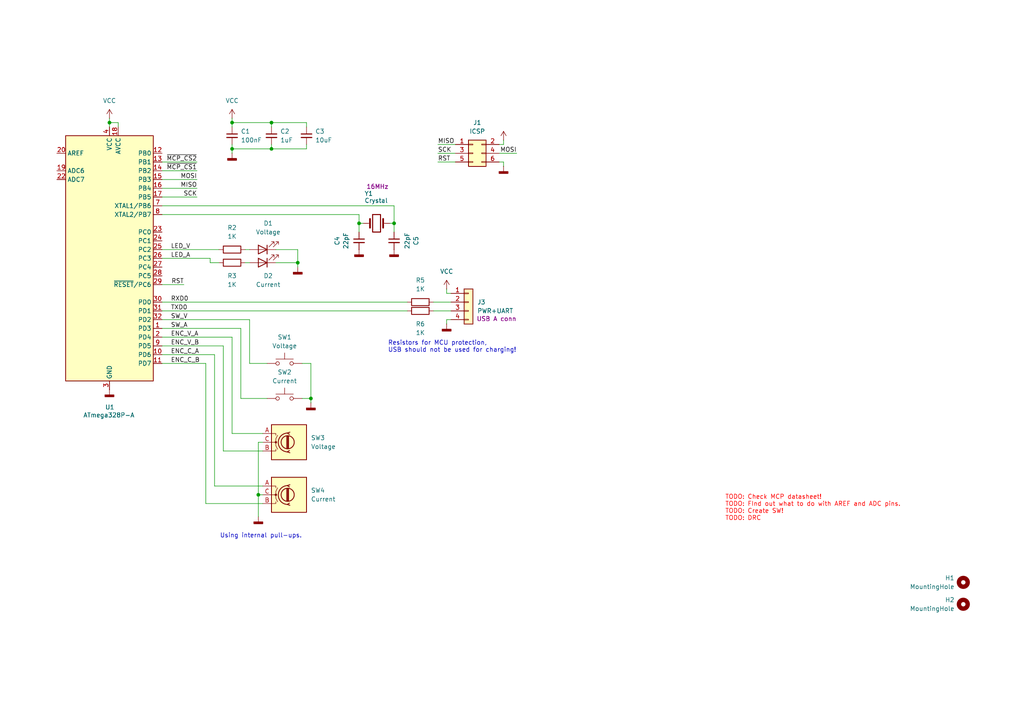
<source format=kicad_sch>
(kicad_sch (version 20250114) (generator "eeschema") (generator_version "9.0")
  (paper "A4")
  (title_block (title "Laboratory power supply control module") (date "2026-01-25") (rev "v1.0.0") (comment 1 "Martin Ťavoda"))
  (lib_symbols
    (symbol "Connector_Generic:Conn_01x04" (pin_names (offset 1.016) (hide yes))
      (property "Reference" "J" (at 0 5.08 0))
      (property "Value" "Conn_01x04" (at 0 -7.62 0))
      (symbol "Conn_01x04_1_1"
        (rectangle (start -1.27 3.81) (end 1.27 -6.35) (stroke (width 0.254)) (fill (type background)))
        (rectangle (start -1.27 2.667) (end 0 2.413) (stroke (width 0.1524)))
        (rectangle (start -1.27 0.127) (end 0 -0.127) (stroke (width 0.1524)))
        (rectangle (start -1.27 -2.413) (end 0 -2.667) (stroke (width 0.1524)))
        (rectangle (start -1.27 -4.953) (end 0 -5.207) (stroke (width 0.1524)))
        (pin passive line (at -5.08 2.54 0) (length 3.81) (name "Pin_1") (number "1"))
        (pin passive line (at -5.08 0 0) (length 3.81) (name "Pin_2") (number "2"))
        (pin passive line (at -5.08 -2.54 0) (length 3.81) (name "Pin_3") (number "3"))
        (pin passive line (at -5.08 -5.08 0) (length 3.81) (name "Pin_4") (number "4"))
      )
    )
    (symbol "Connector_Generic:Conn_02x03_Odd_Even" (pin_names (offset 1.016) (hide yes))
      (property "Reference" "J" (at 1.27 5.08 0))
      (property "Value" "Conn_02x03_Odd_Even" (at 1.27 -5.08 0))
      (symbol "Conn_02x03_Odd_Even_1_1"
        (rectangle (start -1.27 3.81) (end 3.81 -3.81) (stroke (width 0.254)) (fill (type background)))
        (rectangle (start -1.27 2.667) (end 0 2.413) (stroke (width 0.1524)))
        (rectangle (start -1.27 0.127) (end 0 -0.127) (stroke (width 0.1524)))
        (rectangle (start -1.27 -2.413) (end 0 -2.667) (stroke (width 0.1524)))
        (rectangle (start 3.81 2.667) (end 2.54 2.413) (stroke (width 0.1524)))
        (rectangle (start 3.81 0.127) (end 2.54 -0.127) (stroke (width 0.1524)))
        (rectangle (start 3.81 -2.413) (end 2.54 -2.667) (stroke (width 0.1524)))
        (pin passive line (at -5.08 2.54 0) (length 3.81) (name "Pin_1") (number "1"))
        (pin passive line (at -5.08 0 0) (length 3.81) (name "Pin_3") (number "3"))
        (pin passive line (at -5.08 -2.54 0) (length 3.81) (name "Pin_5") (number "5"))
        (pin passive line (at 7.62 2.54 180) (length 3.81) (name "Pin_2") (number "2"))
        (pin passive line (at 7.62 0 180) (length 3.81) (name "Pin_4") (number "4"))
        (pin passive line (at 7.62 -2.54 180) (length 3.81) (name "Pin_6") (number "6"))
      )
    )
    (symbol "Device:C_Small" (pin_numbers (hide yes)) (pin_names (offset 0.254) (hide yes))
      (property "Reference" "C" (at 0.254 1.778 0))
      (property "Value" "C_Small" (at 0.254 -2.032 0))
      (symbol "C_Small_0_1"
        (polyline (pts (xy -1.524 0.508) (xy 1.524 0.508)) (stroke (width 0.3048)))
        (polyline (pts (xy -1.524 -0.508) (xy 1.524 -0.508)) (stroke (width 0.3302)))
      )
      (symbol "C_Small_1_1"
        (pin passive line (at 0 2.54 270) (length 2.032) (name "~") (number "1"))
        (pin passive line (at 0 -2.54 90) (length 2.032) (name "~") (number "2"))
      )
    )
    (symbol "Device:Crystal" (pin_numbers (hide yes)) (pin_names (offset 1.016) (hide yes))
      (property "Reference" "Y" (at 0 3.81 0))
      (property "Value" "Crystal" (at 0 -3.81 0))
      (symbol "Crystal_0_1"
        (polyline (pts (xy -2.54 0) (xy -1.905 0)))
        (polyline (pts (xy -1.905 -1.27) (xy -1.905 1.27)) (stroke (width 0.508)))
        (rectangle (start -1.143 2.54) (end 1.143 -2.54) (stroke (width 0.3048)))
        (polyline (pts (xy 1.905 -1.27) (xy 1.905 1.27)) (stroke (width 0.508)))
        (polyline (pts (xy 2.54 0) (xy 1.905 0)))
      )
      (symbol "Crystal_1_1"
        (pin passive line (at -3.81 0 0) (length 1.27) (name "1") (number "1"))
        (pin passive line (at 3.81 0 180) (length 1.27) (name "2") (number "2"))
      )
    )
    (symbol "Device:LED" (pin_numbers (hide yes)) (pin_names (offset 1.016) (hide yes))
      (property "Reference" "D" (at 0 2.54 0))
      (property "Value" "LED" (at 0 -2.54 0))
      (symbol "LED_0_1"
        (polyline (pts (xy -3.048 -0.762) (xy -4.572 -2.286) (xy -3.81 -2.286) (xy -4.572 -2.286) (xy -4.572 -1.524)))
        (polyline (pts (xy -1.778 -0.762) (xy -3.302 -2.286) (xy -2.54 -2.286) (xy -3.302 -2.286) (xy -3.302 -1.524)))
        (polyline (pts (xy -1.27 0) (xy 1.27 0)))
        (polyline (pts (xy -1.27 -1.27) (xy -1.27 1.27)) (stroke (width 0.254)))
        (polyline (pts (xy 1.27 -1.27) (xy 1.27 1.27) (xy -1.27 0) (xy 1.27 -1.27)) (stroke (width 0.254)))
      )
      (symbol "LED_1_1"
        (pin passive line (at -3.81 0 0) (length 2.54) (name "K") (number "1"))
        (pin passive line (at 3.81 0 180) (length 2.54) (name "A") (number "2"))
      )
    )
    (symbol "Device:R" (pin_numbers (hide yes)) (pin_names (offset 0))
      (property "Reference" "R" (at 2.032 0 90))
      (property "Value" "R" (at 0 0 90))
      (symbol "R_0_1"
        (rectangle (start -1.016 -2.54) (end 1.016 2.54) (stroke (width 0.254)))
      )
      (symbol "R_1_1"
        (pin passive line (at 0 3.81 270) (length 1.27) (name "~") (number "1"))
        (pin passive line (at 0 -3.81 90) (length 1.27) (name "~") (number "2"))
      )
    )
    (symbol "Device:RotaryEncoder" (pin_names (offset 0.254) (hide yes))
      (property "Reference" "SW" (at 0 6.604 0))
      (property "Value" "RotaryEncoder" (at 0 -6.604 0))
      (symbol "RotaryEncoder_0_1"
        (rectangle (start -5.08 5.08) (end 5.08 -5.08) (stroke (width 0.254)) (fill (type background)))
        (polyline (pts (xy -5.08 2.54) (xy -3.81 2.54) (xy -3.81 2.032)))
        (polyline (pts (xy -5.08 0) (xy -3.81 0) (xy -3.81 -1.016) (xy -3.302 -2.032)))
        (polyline (pts (xy -5.08 -2.54) (xy -3.81 -2.54) (xy -3.81 -2.032)))
        (polyline (pts (xy -4.318 0) (xy -3.81 0) (xy -3.81 1.016) (xy -3.302 2.032)))
        (circle (center -3.81 0) (radius 0.254) (fill (type outline)))
        (polyline (pts (xy -0.635 -1.778) (xy -0.635 1.778)) (stroke (width 0.254)))
        (circle (center -0.381 0) (radius 1.905) (stroke (width 0.254)))
        (polyline (pts (xy -0.381 -1.778) (xy -0.381 1.778)) (stroke (width 0.254)))
        (arc (start -0.381 -2.794) (mid -3.0988 -0.0635) (end -0.381 2.667) (stroke (width 0.254)))
        (polyline (pts (xy -0.127 1.778) (xy -0.127 -1.778)) (stroke (width 0.254)))
        (polyline (pts (xy 0.254 2.921) (xy -0.508 2.667) (xy 0.127 2.286)) (stroke (width 0.254)))
        (polyline (pts (xy 0.254 -3.048) (xy -0.508 -2.794) (xy 0.127 -2.413)) (stroke (width 0.254)))
      )
      (symbol "RotaryEncoder_1_1"
        (pin passive line (at -7.62 2.54 0) (length 2.54) (name "A") (number "A"))
        (pin passive line (at -7.62 0 0) (length 2.54) (name "C") (number "C"))
        (pin passive line (at -7.62 -2.54 0) (length 2.54) (name "B") (number "B"))
      )
    )
    (symbol "MCU_Microchip_ATmega:ATmega328P-A"
      (property "Reference" "U" (at -12.7 36.83 0))
      (property "Value" "ATmega328P-A" (at 2.54 -36.83 0))
      (symbol "ATmega328P-A_0_1"
        (rectangle (start -12.7 -35.56) (end 12.7 35.56) (stroke (width 0.254)) (fill (type background)))
      )
      (symbol "ATmega328P-A_1_1"
        (pin passive line (at -15.24 30.48 0) (length 2.54) (name "AREF") (number "20"))
        (pin input line (at -15.24 25.4 0) (length 2.54) (name "ADC6") (number "19"))
        (pin input line (at -15.24 22.86 0) (length 2.54) (name "ADC7") (number "22"))
        (pin power_in line (at 0 38.1 270) (length 2.54) (name "VCC") (number "4"))
        (pin passive line (at 0 38.1 270) (length 2.54) (hide yes) (name "VCC") (number "6"))
        (pin passive line (at 0 -38.1 90) (length 2.54) (hide yes) (name "GND") (number "21"))
        (pin power_in line (at 0 -38.1 90) (length 2.54) (name "GND") (number "3"))
        (pin passive line (at 0 -38.1 90) (length 2.54) (hide yes) (name "GND") (number "5"))
        (pin power_in line (at 2.54 38.1 270) (length 2.54) (name "AVCC") (number "18"))
        (pin bidirectional line (at 15.24 30.48 180) (length 2.54) (name "PB0") (number "12"))
        (pin bidirectional line (at 15.24 27.94 180) (length 2.54) (name "PB1") (number "13"))
        (pin bidirectional line (at 15.24 25.4 180) (length 2.54) (name "PB2") (number "14"))
        (pin bidirectional line (at 15.24 22.86 180) (length 2.54) (name "PB3") (number "15"))
        (pin bidirectional line (at 15.24 20.32 180) (length 2.54) (name "PB4") (number "16"))
        (pin bidirectional line (at 15.24 17.78 180) (length 2.54) (name "PB5") (number "17"))
        (pin bidirectional line (at 15.24 15.24 180) (length 2.54) (name "XTAL1/PB6") (number "7"))
        (pin bidirectional line (at 15.24 12.7 180) (length 2.54) (name "XTAL2/PB7") (number "8"))
        (pin bidirectional line (at 15.24 7.62 180) (length 2.54) (name "PC0") (number "23"))
        (pin bidirectional line (at 15.24 5.08 180) (length 2.54) (name "PC1") (number "24"))
        (pin bidirectional line (at 15.24 2.54 180) (length 2.54) (name "PC2") (number "25"))
        (pin bidirectional line (at 15.24 0 180) (length 2.54) (name "PC3") (number "26"))
        (pin bidirectional line (at 15.24 -2.54 180) (length 2.54) (name "PC4") (number "27"))
        (pin bidirectional line (at 15.24 -5.08 180) (length 2.54) (name "PC5") (number "28"))
        (pin bidirectional line (at 15.24 -7.62 180) (length 2.54) (name "~{RESET}/PC6") (number "29"))
        (pin bidirectional line (at 15.24 -12.7 180) (length 2.54) (name "PD0") (number "30"))
        (pin bidirectional line (at 15.24 -15.24 180) (length 2.54) (name "PD1") (number "31"))
        (pin bidirectional line (at 15.24 -17.78 180) (length 2.54) (name "PD2") (number "32"))
        (pin bidirectional line (at 15.24 -20.32 180) (length 2.54) (name "PD3") (number "1"))
        (pin bidirectional line (at 15.24 -22.86 180) (length 2.54) (name "PD4") (number "2"))
        (pin bidirectional line (at 15.24 -25.4 180) (length 2.54) (name "PD5") (number "9"))
        (pin bidirectional line (at 15.24 -27.94 180) (length 2.54) (name "PD6") (number "10"))
        (pin bidirectional line (at 15.24 -30.48 180) (length 2.54) (name "PD7") (number "11"))
      )
    )
    (symbol "Mechanical:MountingHole" (pin_names (offset 1.016)) (in_bom no)
      (property "Reference" "H" (at 0 5.08 0))
      (property "Value" "MountingHole" (at 0 3.175 0))
      (symbol "MountingHole_0_1"
        (circle (center 0 0) (radius 1.27) (stroke (width 1.27)))
      )
    )
    (symbol "Potentiometer_Digital:MCP4251-xxxx-SL"
      (property "Reference" "U" (at -0.508 18.288 0))
      (property "Value" "MCP4251-xxxx-SL" (at -0.508 20.32 0))
      (symbol "MCP4251-xxxx-SL_1_1"
        (polyline (pts (xy 0 12.7) (xy 7.62 12.7) (xy 7.62 0) (xy 7.62 -12.7) (xy -7.62 -12.7) (xy -7.62 12.7) (xy 0 12.7)) (fill (type background)))
        (rectangle (start 0.1524 6.4262) (end 1.1684 3.6322))
        (rectangle (start 0.1524 -3.7338) (end 1.1684 -6.5278))
        (polyline (pts (xy 0.635 7.62) (xy 0.635 7.366) (xy 0.635 7.366)))
        (polyline (pts (xy 0.635 7.62) (xy 2.921 7.62) (xy 2.921 7.62)) (fill (type background)))
        (polyline (pts (xy 0.635 7.3914) (xy 0.635 6.4516)))
        (polyline (pts (xy 0.635 2.794) (xy 0.635 3.6322)))
        (polyline (pts (xy 0.635 2.54) (xy 0.635 2.794) (xy 0.635 2.794)) (fill (type background)))
        (polyline (pts (xy 0.635 2.54) (xy 2.921 2.54) (xy 2.921 2.54)) (fill (type background)))
        (polyline (pts (xy 0.635 -2.54) (xy 0.635 -2.794) (xy 0.635 -2.794)))
        (polyline (pts (xy 0.635 -2.54) (xy 2.921 -2.54) (xy 2.921 -2.54)) (fill (type background)))
        (polyline (pts (xy 0.635 -2.7686) (xy 0.635 -3.7084)))
        (polyline (pts (xy 0.635 -7.366) (xy 0.635 -6.5278)))
        (polyline (pts (xy 0.635 -7.62) (xy 0.635 -7.366) (xy 0.635 -7.366)) (fill (type background)))
        (polyline (pts (xy 0.635 -7.62) (xy 2.921 -7.62) (xy 2.921 -7.62)) (fill (type background)))
        (polyline (pts (xy 2.2098 5.588) (xy 2.2098 4.572) (xy 1.1938 5.08) (xy 2.2098 5.588) (xy 2.2098 5.588)) (fill (type background)))
        (polyline (pts (xy 2.2098 5.1054) (xy 2.921 5.1054)))
        (polyline (pts (xy 2.2098 -4.572) (xy 2.2098 -5.588) (xy 1.1938 -5.08) (xy 2.2098 -4.572) (xy 2.2098 -4.572)) (fill (type background)))
        (polyline (pts (xy 2.2098 -5.0546) (xy 2.921 -5.0546)))
        (pin input line (at -10.16 7.62 0) (length 2.54) (name "~{CS}") (number "1"))
        (pin input clock (at -10.16 5.08 0) (length 2.54) (name "SCK") (number "2"))
        (pin input line (at -10.16 2.54 0) (length 2.54) (name "SDI") (number "3"))
        (pin output line (at -10.16 0 0) (length 2.54) (name "SDO") (number "13"))
        (pin input line (at -10.16 -5.08 0) (length 2.54) (name "~{SHDN}") (number "12"))
        (pin input line (at -10.16 -7.62 0) (length 2.54) (name "~{WP}") (number "11"))
        (pin power_in line (at 0 15.24 270) (length 2.54) (name "VDD") (number "14"))
        (pin power_in line (at 0 -15.24 90) (length 2.54) (name "VSS") (number "4"))
        (pin passive line (at 10.16 7.62 180) (length 2.54) (name "P0A") (number "8"))
        (pin passive line (at 10.16 5.08 180) (length 2.54) (name "P0W") (number "9"))
        (pin passive line (at 10.16 2.54 180) (length 2.54) (name "P0B") (number "10"))
        (pin passive line (at 10.16 -2.54 180) (length 2.54) (name "P1A") (number "7"))
        (pin passive line (at 10.16 -5.08 180) (length 2.54) (name "P1W") (number "6"))
        (pin passive line (at 10.16 -7.62 180) (length 2.54) (name "P1B") (number "5"))
      )
    )
    (symbol "Switch:SW_Push" (pin_numbers (hide yes)) (pin_names (offset 1.016) (hide yes))
      (property "Reference" "SW" (at 1.27 2.54 0))
      (property "Value" "SW_Push" (at 0 -1.524 0))
      (symbol "SW_Push_0_1"
        (circle (center -2.032 0) (radius 0.508))
        (polyline (pts (xy 0 1.27) (xy 0 3.048)))
        (circle (center 2.032 0) (radius 0.508))
        (polyline (pts (xy 2.54 1.27) (xy -2.54 1.27)))
        (pin passive line (at -5.08 0 0) (length 2.54) (name "1") (number "1"))
        (pin passive line (at 5.08 0 180) (length 2.54) (name "2") (number "2"))
      )
    )
    (symbol "power:GND1" (power) (pin_numbers (hide yes)) (pin_names (offset 0) (hide yes))
      (property "Value" "GND1" (at 0 -3.81 0))
      (symbol "GND1_0_1"
        (polyline (pts (xy 0 0) (xy 0 -1.27) (xy 1.27 -1.27) (xy 0 -2.54) (xy -1.27 -1.27) (xy 0 -1.27)))
      )
      (symbol "GND1_1_1"
        (pin power_in line (at 0 0 270) (length 0) (name "~") (number "1"))
      )
    )
    (symbol "power:GNDD" (power) (pin_numbers (hide yes)) (pin_names (offset 0) (hide yes))
      (property "Value" "GNDD" (at 0 -3.175 0))
      (symbol "GNDD_0_1"
        (rectangle (start -1.27 -1.524) (end 1.27 -2.032) (stroke (width 0.254)) (fill (type outline)))
        (polyline (pts (xy 0 0) (xy 0 -1.524)))
      )
      (symbol "GNDD_1_1"
        (pin power_in line (at 0 0 270) (length 0) (name "~") (number "1"))
      )
    )
    (symbol "power:VCC" (power) (pin_numbers (hide yes)) (pin_names (offset 0) (hide yes))
      (property "Value" "VCC" (at 0 3.556 0))
      (symbol "VCC_0_1"
        (polyline (pts (xy -0.762 1.27) (xy 0 2.54)))
        (polyline (pts (xy 0 2.54) (xy 0.762 1.27)))
        (polyline (pts (xy 0 0) (xy 0 2.54)))
      )
      (symbol "VCC_1_1"
        (pin power_in line (at 0 0 90) (length 0) (name "~") (number "1"))
      )
    )
    (symbol "power:VEE" (power) (pin_numbers (hide yes)) (pin_names (offset 0) (hide yes))
      (property "Value" "VEE" (at 0 3.556 0))
      (symbol "VEE_0_1"
        (polyline (pts (xy 0 0) (xy 0 2.54)))
        (polyline (pts (xy 0.762 1.27) (xy -0.762 1.27) (xy 0 2.54) (xy 0.762 1.27)) (fill (type outline)))
      )
      (symbol "VEE_1_1"
        (pin power_in line (at 0 0 90) (length 0) (name "~") (number "1"))
      )
    )
  )
  (text "Using internal pull-ups.\nR=~3k" (at 386.588 63.246 0) (effects (font (size 1.27 1.27))))
  (text "Pull-up to disconnect\nSPI on boot-up" (at 382.016 72.898 0) (effects (font (size 1.27 1.27)) (justify left)))
  (text "Interconnection and pinout \nbased on original circuit." (at 440.436 129.032 0) (effects (font (size 1.27 1.27)) (justify left)))
  (text "Using internal pull-ups." (at 75.692 155.448 0) (effects (font (size 1.27 1.27))))
  (text "R4=2k -> compensate for \nmissing fine pot (1.5+0.5)" (at 416.814 127 0) (effects (font (size 1.27 1.27))))
  (text "Pull-up to disconnect\nSPI on boot-up" (at 382.016 25.908 0) (effects (font (size 1.27 1.27)) (justify left)))
  (text "TODO: Check MCP datasheet!\nTODO: FInd out what to do with AREF and ADC pins.\nTODO: Create SW!\nTODO: DRC" (at 210.312 147.32 0) (effects (font (size 1.27 1.27)) (justify left)))
  (text "Resistors for MCU protection,\nUSB should not be used for charging!" (at 112.522 100.584 0) (effects (font (size 1.27 1.27)) (justify left)))
  (text "Using internal pull-ups.\nR=~3k" (at 378.714 101.6 0) (effects (font (size 1.27 1.27))))
  (junction (at 114.3 64.77))
  (junction (at 422.91 60.96))
  (junction (at 78.74 43.18))
  (junction (at 414.02 102.87))
  (junction (at 422.91 97.79))
  (junction (at 67.31 35.56))
  (junction (at 389.89 40.64))
  (junction (at 389.89 87.63))
  (junction (at 86.36 76.2))
  (junction (at 417.83 39.37))
  (junction (at 417.83 46.99))
  (junction (at 417.83 45.72))
  (junction (at 67.31 43.18))
  (junction (at 429.26 50.8))
  (junction (at 74.93 143.51))
  (junction (at 78.74 35.56))
  (junction (at 104.14 64.77))
  (junction (at 31.75 35.56))
  (junction (at 422.91 55.88))
  (junction (at 417.83 87.63))
  (junction (at 90.17 115.57))
  (no_connect (at 392.43 55.88))
  (no_connect (at 392.43 100.33))
  (no_connect (at 392.43 53.34))
  (no_connect (at 392.43 102.87))
  (wire (pts (xy 69.85 115.57) (xy 77.47 115.57)))
  (wire (pts (xy 425.45 39.37) (xy 417.83 39.37)))
  (wire (pts (xy 488.95 95.25) (xy 478.79 95.25)))
  (wire (pts (xy 429.26 60.96) (xy 429.26 59.69)))
  (wire (pts (xy 86.36 77.47) (xy 86.36 76.2)))
  (wire (pts (xy 412.75 40.64) (xy 417.83 40.64)))
  (wire (pts (xy 88.9 43.18) (xy 88.9 41.91)))
  (wire (pts (xy 417.83 31.75) (xy 417.83 39.37)))
  (wire (pts (xy 31.75 35.56) (xy 31.75 36.83)))
  (wire (pts (xy 389.89 40.64) (xy 392.43 40.64)))
  (wire (pts (xy 429.26 50.8) (xy 429.26 52.07)))
  (wire (pts (xy 74.93 128.27) (xy 74.93 143.51)))
  (wire (pts (xy 46.99 87.63) (xy 118.11 87.63)))
  (wire (pts (xy 59.69 146.05) (xy 59.69 105.41)))
  (wire (pts (xy 417.83 43.18) (xy 417.83 45.72)))
  (wire (pts (xy 488.95 97.79) (xy 477.52 97.79)))
  (wire (pts (xy 88.9 35.56) (xy 78.74 35.56)))
  (wire (pts (xy 412.75 100.33) (xy 474.98 100.33)))
  (wire (pts (xy 417.83 45.72) (xy 417.83 46.99)))
  (wire (pts (xy 31.75 34.29) (xy 31.75 35.56)))
  (wire (pts (xy 72.39 92.71) (xy 72.39 105.41)))
  (wire (pts (xy 412.75 97.79) (xy 422.91 97.79)))
  (wire (pts (xy 429.26 104.14) (xy 429.26 97.79)))
  (wire (pts (xy 417.83 43.18) (xy 412.75 43.18)))
  (wire (pts (xy 422.91 60.96) (xy 429.26 60.96)))
  (wire (pts (xy 477.52 86.36) (xy 477.52 97.79)))
  (wire (pts (xy 129.54 83.82) (xy 129.54 85.09)))
  (wire (pts (xy 474.98 100.33) (xy 474.98 92.71)))
  (wire (pts (xy 80.01 72.39) (xy 86.36 72.39)))
  (wire (pts (xy 46.99 72.39) (xy 63.5 72.39)))
  (wire (pts (xy 417.83 40.64) (xy 417.83 39.37)))
  (wire (pts (xy 90.17 115.57) (xy 90.17 116.84)))
  (wire (pts (xy 420.37 87.63) (xy 420.37 104.14)))
  (wire (pts (xy 78.74 43.18) (xy 67.31 43.18)))
  (wire (pts (xy 67.31 35.56) (xy 67.31 36.83)))
  (wire (pts (xy 78.74 43.18) (xy 88.9 43.18)))
  (wire (pts (xy 46.99 82.55) (xy 53.34 82.55)))
  (wire (pts (xy 146.05 41.91) (xy 146.05 40.64)))
  (wire (pts (xy 127 41.91) (xy 132.08 41.91)))
  (wire (pts (xy 86.36 72.39) (xy 86.36 76.2)))
  (wire (pts (xy 46.99 57.15) (xy 57.15 57.15)))
  (wire (pts (xy 412.75 102.87) (xy 414.02 102.87)))
  (wire (pts (xy 88.9 36.83) (xy 88.9 35.56)))
  (wire (pts (xy 64.77 130.81) (xy 64.77 100.33)))
  (wire (pts (xy 412.75 45.72) (xy 417.83 45.72)))
  (wire (pts (xy 144.78 41.91) (xy 146.05 41.91)))
  (wire (pts (xy 76.2 146.05) (xy 59.69 146.05)))
  (wire (pts (xy 60.96 76.2) (xy 63.5 76.2)))
  (wire (pts (xy 429.26 50.8) (xy 436.88 50.8)))
  (wire (pts (xy 412.75 90.17) (xy 488.95 90.17)))
  (wire (pts (xy 46.99 74.93) (xy 60.96 74.93)))
  (wire (pts (xy 46.99 46.99) (xy 57.15 46.99)))
  (wire (pts (xy 46.99 52.07) (xy 57.15 52.07)))
  (wire (pts (xy 114.3 64.77) (xy 114.3 67.31)))
  (wire (pts (xy 146.05 46.99) (xy 146.05 48.26)))
  (wire (pts (xy 90.17 105.41) (xy 90.17 115.57)))
  (wire (pts (xy 412.75 92.71) (xy 414.02 92.71)))
  (wire (pts (xy 34.29 35.56) (xy 34.29 36.83)))
  (wire (pts (xy 87.63 115.57) (xy 90.17 115.57)))
  (wire (pts (xy 46.99 59.69) (xy 114.3 59.69)))
  (wire (pts (xy 412.75 87.63) (xy 417.83 87.63)))
  (wire (pts (xy 105.41 64.77) (xy 104.14 64.77)))
  (wire (pts (xy 46.99 102.87) (xy 62.23 102.87)))
  (wire (pts (xy 377.19 43.18) (xy 392.43 43.18)))
  (wire (pts (xy 62.23 102.87) (xy 62.23 140.97)))
  (wire (pts (xy 67.31 125.73) (xy 76.2 125.73)))
  (wire (pts (xy 129.54 92.71) (xy 129.54 93.98)))
  (wire (pts (xy 46.99 62.23) (xy 104.14 62.23)))
  (wire (pts (xy 125.73 87.63) (xy 130.81 87.63)))
  (wire (pts (xy 377.19 95.25) (xy 392.43 95.25)))
  (wire (pts (xy 402.59 78.74) (xy 402.59 80.01)))
  (wire (pts (xy 377.19 45.72) (xy 392.43 45.72)))
  (wire (pts (xy 62.23 140.97) (xy 76.2 140.97)))
  (wire (pts (xy 429.26 50.8) (xy 412.75 50.8)))
  (wire (pts (xy 60.96 74.93) (xy 60.96 76.2)))
  (wire (pts (xy 76.2 130.81) (xy 64.77 130.81)))
  (wire (pts (xy 71.12 72.39) (xy 72.39 72.39)))
  (wire (pts (xy 46.99 105.41) (xy 59.69 105.41)))
  (wire (pts (xy 80.01 76.2) (xy 86.36 76.2)))
  (wire (pts (xy 389.89 87.63) (xy 392.43 87.63)))
  (wire (pts (xy 422.91 55.88) (xy 422.91 53.34)))
  (wire (pts (xy 414.02 102.87) (xy 414.02 113.03)))
  (wire (pts (xy 46.99 92.71) (xy 72.39 92.71)))
  (wire (pts (xy 69.85 95.25) (xy 69.85 115.57)))
  (wire (pts (xy 389.89 39.37) (xy 389.89 40.64)))
  (wire (pts (xy 46.99 95.25) (xy 69.85 95.25)))
  (wire (pts (xy 76.2 143.51) (xy 74.93 143.51)))
  (wire (pts (xy 46.99 100.33) (xy 64.77 100.33)))
  (wire (pts (xy 377.19 90.17) (xy 392.43 90.17)))
  (wire (pts (xy 417.83 46.99) (xy 425.45 46.99)))
  (wire (pts (xy 114.3 59.69) (xy 114.3 64.77)))
  (wire (pts (xy 377.19 92.71) (xy 392.43 92.71)))
  (wire (pts (xy 144.78 46.99) (xy 146.05 46.99)))
  (wire (pts (xy 422.91 55.88) (xy 422.91 60.96)))
  (wire (pts (xy 414.02 92.71) (xy 414.02 102.87)))
  (wire (pts (xy 149.86 44.45) (xy 144.78 44.45)))
  (wire (pts (xy 389.89 86.36) (xy 389.89 87.63)))
  (wire (pts (xy 377.19 48.26) (xy 392.43 48.26)))
  (wire (pts (xy 78.74 41.91) (xy 78.74 43.18)))
  (wire (pts (xy 46.99 49.53) (xy 57.15 49.53)))
  (wire (pts (xy 402.59 31.75) (xy 402.59 33.02)))
  (wire (pts (xy 34.29 35.56) (xy 31.75 35.56)))
  (wire (pts (xy 125.73 90.17) (xy 130.81 90.17)))
  (wire (pts (xy 67.31 43.18) (xy 67.31 44.45)))
  (wire (pts (xy 71.12 76.2) (xy 72.39 76.2)))
  (wire (pts (xy 417.83 46.99) (xy 417.83 87.63)))
  (wire (pts (xy 412.75 55.88) (xy 422.91 55.88)))
  (wire (pts (xy 422.91 53.34) (xy 412.75 53.34)))
  (wire (pts (xy 104.14 64.77) (xy 104.14 67.31)))
  (wire (pts (xy 436.88 31.75) (xy 436.88 39.37)))
  (wire (pts (xy 46.99 90.17) (xy 118.11 90.17)))
  (wire (pts (xy 474.98 92.71) (xy 488.95 92.71)))
  (wire (pts (xy 67.31 35.56) (xy 78.74 35.56)))
  (wire (pts (xy 417.83 87.63) (xy 420.37 87.63)))
  (wire (pts (xy 67.31 34.29) (xy 67.31 35.56)))
  (wire (pts (xy 422.91 97.79) (xy 429.26 97.79)))
  (wire (pts (xy 74.93 143.51) (xy 74.93 149.86)))
  (wire (pts (xy 377.19 87.63) (xy 389.89 87.63)))
  (wire (pts (xy 422.91 97.79) (xy 422.91 60.96)))
  (wire (pts (xy 46.99 54.61) (xy 57.15 54.61)))
  (wire (pts (xy 377.19 40.64) (xy 389.89 40.64)))
  (wire (pts (xy 113.03 64.77) (xy 114.3 64.77)))
  (wire (pts (xy 67.31 41.91) (xy 67.31 43.18)))
  (wire (pts (xy 127 44.45) (xy 132.08 44.45)))
  (wire (pts (xy 420.37 113.03) (xy 420.37 111.76)))
  (wire (pts (xy 429.26 111.76) (xy 429.26 113.03)))
  (wire (pts (xy 127 46.99) (xy 132.08 46.99)))
  (wire (pts (xy 87.63 105.41) (xy 90.17 105.41)))
  (wire (pts (xy 46.99 97.79) (xy 67.31 97.79)))
  (wire (pts (xy 76.2 128.27) (xy 74.93 128.27)))
  (wire (pts (xy 130.81 92.71) (xy 129.54 92.71)))
  (wire (pts (xy 436.88 46.99) (xy 436.88 50.8)))
  (wire (pts (xy 67.31 97.79) (xy 67.31 125.73)))
  (wire (pts (xy 72.39 105.41) (xy 77.47 105.41)))
  (wire (pts (xy 478.79 95.25) (xy 478.79 100.33)))
  (wire (pts (xy 129.54 85.09) (xy 130.81 85.09)))
  (wire (pts (xy 104.14 62.23) (xy 104.14 64.77)))
  (wire (pts (xy 78.74 35.56) (xy 78.74 36.83)))
  (label "MISO" (at 57.15 54.61 180))
  (label "MOSI" (at 377.19 92.71 0))
  (label "ENC_V_B" (at 49.53 100.33 0))
  (label "RXD0" (at 49.53 87.63 0))
  (label "TXD0" (at 49.53 90.17 0))
  (label "MOSI" (at 149.86 44.45 180))
  (label "SW_A" (at 49.53 95.25 0))
  (label "LED_A" (at 49.53 74.93 0))
  (label "~{MCP_CS2}" (at 57.15 46.99 180))
  (label "LED_V" (at 49.53 72.39 0))
  (label "_GND" (at 487.68 95.25 180))
  (label "MOSI" (at 57.15 52.07 180))
  (label "ENC_C_A" (at 49.53 102.87 0))
  (label "SW_V" (at 49.53 92.71 0))
  (label "~{MCP_CS1}" (at 377.19 87.63 0))
  (label "_VCC" (at 487.68 97.79 180))
  (label "_POT_V" (at 487.68 92.71 180))
  (label "ENC_V_A" (at 49.53 97.79 0))
  (label "MOSI" (at 377.19 45.72 0))
  (label "MISO" (at 127 41.91 0))
  (label "SCK" (at 57.15 57.15 180))
  (label "_POT_C" (at 487.68 90.17 180))
  (label "ENC_C_B" (at 49.53 105.41 0))
  (label "~{MCP_CS2}" (at 377.19 40.64 0))
  (label "~{MCP_CS1}" (at 57.15 49.53 180))
  (label "RST" (at 127 46.99 0))
  (label "SCK" (at 377.19 90.17 0))
  (label "MISO" (at 377.19 48.26 0))
  (label "MISO" (at 377.19 95.25 0))
  (label "SCK" (at 377.19 43.18 0))
  (label "SCK" (at 127 44.45 0))
  (label "RST" (at 53.34 82.55 180))
  (symbol (lib_id "power:GNDD") (at 146.05 48.26 0) (unit 1)
    (property "Reference" "#PWR05" (effects (hide yes)))
    (property "Value" "GNDD" (effects (hide yes)))
    (property "Description" "Power symbol creates a global label with name \"GNDD\" , digital ground" (effects (hide yes)))
  )
  (symbol (lib_id "power:GNDD") (at 86.36 77.47 0) (unit 1)
    (property "Reference" "#PWR010" (effects (hide yes)))
    (property "Value" "GNDD" (effects (hide yes)))
    (property "Description" "Power symbol creates a global label with name \"GNDD\" , digital ground" (effects (hide yes)))
  )
  (symbol (lib_id "power:GNDD") (at 31.75 113.03 0) (unit 1)
    (property "Reference" "#PWR014" (effects (hide yes)))
    (property "Value" "GNDD" (effects (hide yes)))
    (property "Description" "Power symbol creates a global label with name \"GNDD\" , digital ground" (effects (hide yes)))
  )
  (symbol (lib_id "Device:RotaryEncoder") (at 83.82 143.51 0) (unit 1)
    (property "Reference" "SW4" (at 90.17 142.2399 0) (effects (justify left)))
    (property "Value" "Current" (at 90.17 144.7799 0) (effects (justify left)))
    (property "Footprint" "Rotary_Encoder:RotaryEncoder_Alps_EC12E_Vertical_H20mm" (effects (hide yes)))
    (property "Description" "Rotary encoder, dual channel, incremental quadrate outputs" (effects (hide yes)))
  )
  (symbol (lib_id "power:GND1") (at 414.02 113.03 0) (unit 1)
    (property "Reference" "#PWR022" (effects (hide yes)))
    (property "Value" "GND1" (at 414.02 118.11 0))
    (property "Description" "Power symbol creates a global label with name \"GND1\" , ground" (effects (hide yes)))
  )
  (symbol (lib_id "power:GND1") (at 478.79 100.33 0) (unit 1)
    (property "Reference" "#PWR020" (effects (hide yes)))
    (property "Value" "GND1" (at 478.79 105.41 0))
    (property "Description" "Power symbol creates a global label with name \"GND1\" , ground" (effects (hide yes)))
  )
  (symbol (lib_id "power:VCC") (at 402.59 78.74 0) (unit 1)
    (property "Reference" "#PWR07" (effects (hide yes)))
    (property "Value" "VCC" (effects (hide yes)))
    (property "Description" "Power symbol creates a global label with name \"VCC\"" (effects (hide yes)))
  )
  (symbol (lib_id "power:VEE") (at 417.83 31.75 0) (unit 1)
    (property "Reference" "#PWR025" (effects (hide yes)))
    (property "Value" "VCC2" (at 417.83 26.67 0))
    (property "Description" "Power symbol creates a global label with name \"VEE\"" (effects (hide yes)))
  )
  (symbol (lib_id "power:VCC") (at 389.89 78.74 0) (unit 1)
    (property "Reference" "#PWR06" (effects (hide yes)))
    (property "Value" "VCC" (effects (hide yes)))
    (property "Description" "Power symbol creates a global label with name \"VCC\"" (effects (hide yes)))
  )
  (symbol (lib_id "Device:R") (at 420.37 107.95 0) (mirror y) (unit 1)
    (property "Reference" "R11" (at 422.91 106.6799 0) (effects (justify right)))
    (property "Value" "10K" (at 422.91 109.2199 0) (effects (justify right)))
    (property "Footprint" "Resistor_SMD:R_1206_3216Metric_Pad1.30x1.75mm_HandSolder" (effects (hide yes)))
    (property "Description" "Resistor" (effects (hide yes)))
  )
  (symbol (lib_id "Switch:SW_Push") (at 82.55 105.41 0) (unit 1)
    (property "Reference" "SW1" (at 82.55 97.79 0))
    (property "Value" "Voltage" (at 82.55 100.33 0))
    (property "Footprint" "Button_Switch_THT:SW_TH_Tactile_Omron_B3F-107x" (effects (hide yes)))
    (property "Description" "Push button switch, generic, two pins" (effects (hide yes)))
  )
  (symbol (lib_id "Device:C_Small") (at 88.9 39.37 0) (unit 1)
    (property "Reference" "C3" (at 91.44 38.1062 0) (effects (justify left)))
    (property "Value" "10uF" (at 91.44 40.6462 0) (effects (justify left)))
    (property "Footprint" "Capacitor_SMD:C_1206_3216Metric_Pad1.33x1.80mm_HandSolder" (effects (hide yes)))
    (property "Description" "Unpolarized capacitor, small symbol" (effects (hide yes)))
  )
  (symbol (lib_id "Device:C_Small") (at 104.14 69.85 0) (mirror y) (unit 1)
    (property "Reference" "C4" (at 97.79 69.8563 90))
    (property "Value" "22pF" (at 100.33 69.8563 90))
    (property "Footprint" "Capacitor_SMD:C_1206_3216Metric_Pad1.33x1.80mm_HandSolder" (effects (hide yes)))
    (property "Description" "Unpolarized capacitor, small symbol" (effects (hide yes)))
  )
  (symbol (lib_id "power:GND1") (at 420.37 113.03 0) (unit 1)
    (property "Reference" "#PWR024" (effects (hide yes)))
    (property "Value" "GND1" (at 420.37 118.11 0))
    (property "Description" "Power symbol creates a global label with name \"GND1\" , ground" (effects (hide yes)))
  )
  (symbol (lib_id "Connector_Generic:Conn_01x04") (at 494.03 92.71 0) (unit 1)
    (property "Reference" "J2" (at 496.57 92.7099 0) (effects (justify left)))
    (property "Value" "PS_POT" (at 496.57 95.2499 0) (effects (justify left)))
    (property "Footprint" "Connector_JST:JST_XH_B4B-XH-A_1x04_P2.50mm_Vertical" (effects (hide yes)))
    (property "Description" "Generic connector, single row, 01x04, script generated (kicad-library-utils/schlib/autogen/connector/)" (effects (hide yes)))
  )
  (symbol (lib_id "Device:R") (at 67.31 76.2 270) (unit 1)
    (property "Reference" "R3" (at 67.31 80.01 90))
    (property "Value" "1K" (at 67.31 82.55 90))
    (property "Footprint" "Resistor_SMD:R_1206_3216Metric_Pad1.30x1.75mm_HandSolder" (effects (hide yes)))
    (property "Description" "Resistor" (effects (hide yes)))
  )
  (symbol (lib_id "Device:R") (at 429.26 55.88 180) (unit 1)
    (property "Reference" "R9" (at 431.8 54.6099 0) (effects (justify right)))
    (property "Value" "10K" (at 431.8 57.1499 0) (effects (justify right)))
    (property "Footprint" "Resistor_SMD:R_1206_3216Metric_Pad1.30x1.75mm_HandSolder" (effects (hide yes)))
    (property "Description" "Resistor" (effects (hide yes)))
  )
  (symbol (lib_id "Device:C_Small") (at 67.31 39.37 0) (unit 1)
    (property "Reference" "C1" (at 69.85 38.1062 0) (effects (justify left)))
    (property "Value" "100nF" (at 69.85 40.6462 0) (effects (justify left)))
    (property "Footprint" "Capacitor_SMD:C_1206_3216Metric_Pad1.33x1.80mm_HandSolder" (effects (hide yes)))
    (property "Description" "Unpolarized capacitor, small symbol" (effects (hide yes)))
  )
  (symbol (lib_id "power:VEE") (at 477.52 86.36 0) (unit 1)
    (property "Reference" "#PWR021" (effects (hide yes)))
    (property "Value" "VCC2" (at 477.52 81.28 0))
    (property "Description" "Power symbol creates a global label with name \"VEE\"" (effects (hide yes)))
  )
  (symbol (lib_id "power:GNDD") (at 402.59 110.49 0) (unit 1)
    (property "Reference" "#PWR013" (effects (hide yes)))
    (property "Value" "GNDD" (effects (hide yes)))
    (property "Description" "Power symbol creates a global label with name \"GNDD\" , digital ground" (effects (hide yes)))
  )
  (symbol (lib_id "power:VEE") (at 436.88 31.75 0) (unit 1)
    (property "Reference" "#PWR023" (effects (hide yes)))
    (property "Value" "VCC2" (at 436.88 26.67 0))
    (property "Description" "Power symbol creates a global label with name \"VEE\"" (effects (hide yes)))
  )
  (symbol (lib_id "Device:LED") (at 76.2 76.2 180) (unit 1)
    (property "Reference" "D2" (at 77.7875 80.01 0))
    (property "Value" "Current" (at 77.7875 82.55 0))
    (property "Footprint" "LED_SMD:LED_0603_1608Metric_Pad1.05x0.95mm_HandSolder" (effects (hide yes)))
    (property "Description" "Light emitting diode" (effects (hide yes)))
    (property "Sim.Pins" "1=K 2=A" (effects (hide yes)))
  )
  (symbol (lib_id "power:GNDD") (at 90.17 116.84 0) (unit 1)
    (property "Reference" "#PWR015" (effects (hide yes)))
    (property "Value" "GNDD" (effects (hide yes)))
    (property "Description" "Power symbol creates a global label with name \"GNDD\" , digital ground" (effects (hide yes)))
  )
  (symbol (lib_id "Device:R") (at 389.89 35.56 0) (mirror x) (unit 1)
    (property "Reference" "R7" (at 387.35 34.2899 0) (effects (justify right)))
    (property "Value" "10K" (at 387.35 36.8299 0) (effects (justify right)))
    (property "Footprint" "Resistor_SMD:R_1206_3216Metric_Pad1.30x1.75mm_HandSolder" (effects (hide yes)))
    (property "Description" "Resistor" (effects (hide yes)))
  )
  (symbol (lib_id "power:VCC") (at 389.89 31.75 0) (unit 1)
    (property "Reference" "#PWR017" (effects (hide yes)))
    (property "Value" "VCC" (effects (hide yes)))
    (property "Description" "Power symbol creates a global label with name \"VCC\"" (effects (hide yes)))
  )
  (symbol (lib_id "Connector_Generic:Conn_02x03_Odd_Even") (at 137.16 44.45 0) (unit 1)
    (property "Reference" "J1" (at 138.43 35.56 0))
    (property "Value" "ICSP" (at 138.43 38.1 0))
    (property "Footprint" "Connector_PinHeader_2.54mm:PinHeader_2x03_P2.54mm_Vertical" (effects (hide yes)))
    (property "Description" "Generic connector, double row, 02x03, odd/even pin numbering scheme (row 1 odd numbers, row 2 even numbers), script generated (kicad-library-utils/schlib/autogen/connector/)" (effects (hide yes)))
  )
  (symbol (lib_id "Mechanical:MountingHole") (at 279.4 175.26 0) (mirror y) (unit 1) (in_bom no)
    (property "Reference" "H2" (at 276.86 173.9899 0) (effects (justify left)))
    (property "Value" "MountingHole" (at 276.86 176.5299 0) (effects (justify left)))
    (property "Footprint" "MountingHole:MountingHole_3.2mm_M3_ISO7380" (effects (hide yes)))
    (property "Description" "Mounting Hole without connection" (effects (hide yes)))
  )
  (symbol (lib_id "power:GNDD") (at 114.3 72.39 0) (unit 1)
    (property "Reference" "#PWR09" (effects (hide yes)))
    (property "Value" "GNDD" (effects (hide yes)))
    (property "Description" "Power symbol creates a global label with name \"GNDD\" , digital ground" (effects (hide yes)))
  )
  (symbol (lib_id "Connector_Generic:Conn_01x04") (at 135.89 87.63 0) (unit 1)
    (property "Reference" "J3" (at 138.43 87.6299 0) (effects (justify left)))
    (property "Value" "PWR+UART" (at 138.43 90.1699 0) (effects (justify left)))
    (property "Footprint" "Connector_PinHeader_2.54mm:PinHeader_1x04_P2.54mm_Vertical" (effects (hide yes)))
    (property "Description" "Generic connector, single row, 01x04, script generated (kicad-library-utils/schlib/autogen/connector/)" (effects (hide yes)))
    (property "Field5" "USB A conn" (at 144.018 92.456 0))
  )
  (symbol (lib_id "Device:R") (at 429.26 107.95 0) (mirror x) (unit 1)
    (property "Reference" "R10" (at 431.8 106.6799 0) (effects (justify left)))
    (property "Value" "10K" (at 431.8 109.2199 0) (effects (justify left)))
    (property "Footprint" "Resistor_SMD:R_1206_3216Metric_Pad1.30x1.75mm_HandSolder" (effects (hide yes)))
    (property "Description" "Resistor" (effects (hide yes)))
  )
  (symbol (lib_id "power:GNDD") (at 104.14 72.39 0) (unit 1)
    (property "Reference" "#PWR08" (effects (hide yes)))
    (property "Value" "GNDD" (effects (hide yes)))
    (property "Description" "Power symbol creates a global label with name \"GNDD\" , digital ground" (effects (hide yes)))
  )
  (symbol (lib_id "power:VCC") (at 31.75 34.29 0) (unit 1)
    (property "Reference" "#PWR01" (effects (hide yes)))
    (property "Value" "VCC" (at 31.75 29.21 0))
    (property "Description" "Power symbol creates a global label with name \"VCC\"" (effects (hide yes)))
  )
  (symbol (lib_id "Device:R") (at 67.31 72.39 90) (unit 1)
    (property "Reference" "R2" (at 67.31 66.04 90))
    (property "Value" "1K" (at 67.31 68.58 90))
    (property "Footprint" "Resistor_SMD:R_1206_3216Metric_Pad1.30x1.75mm_HandSolder" (effects (hide yes)))
    (property "Description" "Resistor" (effects (hide yes)))
  )
  (symbol (lib_id "Device:LED") (at 76.2 72.39 180) (unit 1)
    (property "Reference" "D1" (at 77.7875 64.77 0))
    (property "Value" "Voltage" (at 77.7875 67.31 0))
    (property "Footprint" "LED_SMD:LED_0603_1608Metric_Pad1.05x0.95mm_HandSolder" (effects (hide yes)))
    (property "Description" "Light emitting diode" (effects (hide yes)))
    (property "Sim.Pins" "1=K 2=A" (effects (hide yes)))
  )
  (symbol (lib_id "Device:R") (at 389.89 82.55 0) (mirror x) (unit 1)
    (property "Reference" "R1" (at 387.35 81.2799 0) (effects (justify right)))
    (property "Value" "10K" (at 387.35 83.8199 0) (effects (justify right)))
    (property "Footprint" "Resistor_SMD:R_1206_3216Metric_Pad1.30x1.75mm_HandSolder" (effects (hide yes)))
    (property "Description" "Resistor" (effects (hide yes)))
  )
  (symbol (lib_id "Device:R") (at 121.92 90.17 270) (unit 1)
    (property "Reference" "R6" (at 121.92 93.98 90))
    (property "Value" "1K" (at 121.92 96.52 90))
    (property "Footprint" "Resistor_SMD:R_1206_3216Metric_Pad1.30x1.75mm_HandSolder" (effects (hide yes)))
    (property "Description" "Resistor" (effects (hide yes)))
  )
  (symbol (lib_id "power:GND1") (at 429.26 113.03 0) (unit 1)
    (property "Reference" "#PWR026" (effects (hide yes)))
    (property "Value" "GND1" (at 429.26 118.11 0))
    (property "Description" "Power symbol creates a global label with name \"GND1\" , ground" (effects (hide yes)))
  )
  (symbol (lib_id "Device:RotaryEncoder") (at 83.82 128.27 0) (unit 1)
    (property "Reference" "SW3" (at 90.17 126.9999 0) (effects (justify left)))
    (property "Value" "Voltage" (at 90.17 129.5399 0) (effects (justify left)))
    (property "Footprint" "Rotary_Encoder:RotaryEncoder_Alps_EC12E_Vertical_H20mm" (effects (hide yes)))
    (property "Description" "Rotary encoder, dual channel, incremental quadrate outputs" (effects (hide yes)))
  )
  (symbol (lib_id "power:VCC") (at 129.54 83.82 0) (unit 1)
    (property "Reference" "#PWR011" (effects (hide yes)))
    (property "Value" "VCC" (at 129.54 78.74 0))
    (property "Description" "Power symbol creates a global label with name \"VCC\"" (effects (hide yes)))
  )
  (symbol (lib_id "Switch:SW_Push") (at 82.55 115.57 0) (unit 1)
    (property "Reference" "SW2" (at 82.55 107.95 0))
    (property "Value" "Current" (at 82.55 110.49 0))
    (property "Footprint" "Button_Switch_THT:SW_TH_Tactile_Omron_B3F-107x" (effects (hide yes)))
    (property "Description" "Push button switch, generic, two pins" (effects (hide yes)))
  )
  (symbol (lib_id "power:VCC") (at 146.05 40.64 0) (unit 1)
    (property "Reference" "#PWR03" (effects (hide yes)))
    (property "Value" "VCC" (effects (hide yes)))
    (property "Description" "Power symbol creates a global label with name \"VCC\"" (effects (hide yes)))
  )
  (symbol (lib_id "Device:R") (at 121.92 87.63 90) (unit 1)
    (property "Reference" "R5" (at 121.92 81.28 90))
    (property "Value" "1K" (at 121.92 83.82 90))
    (property "Footprint" "Resistor_SMD:R_1206_3216Metric_Pad1.30x1.75mm_HandSolder" (effects (hide yes)))
    (property "Description" "Resistor" (effects (hide yes)))
  )
  (symbol (lib_id "MCU_Microchip_ATmega:ATmega328P-A") (at 31.75 74.93 0) (unit 1)
    (property "Reference" "U1" (at 30.48 118.11 0) (effects (justify left)))
    (property "Value" "ATmega328P-A" (at 24.13 120.396 0) (effects (justify left)))
    (property "Footprint" "Package_QFP:TQFP-32_7x7mm_P0.8mm" (effects (hide yes)))
    (property "Datasheet" "http://ww1.microchip.com/downloads/en/DeviceDoc/ATmega328_P%20AVR%20MCU%20with%20picoPower%20Technology%20Data%20Sheet%2040001984A.pdf" (effects (hide yes)))
    (property "Description" "20MHz, 32kB Flash, 2kB SRAM, 1kB EEPROM, TQFP-32" (effects (hide yes)))
  )
  (symbol (lib_id "power:GNDD") (at 402.59 63.5 0) (unit 1)
    (property "Reference" "#PWR019" (effects (hide yes)))
    (property "Value" "GNDD" (effects (hide yes)))
    (property "Description" "Power symbol creates a global label with name \"GNDD\" , digital ground" (effects (hide yes)))
  )
  (symbol (lib_id "Device:C_Small") (at 114.3 69.85 0) (unit 1)
    (property "Reference" "C5" (at 120.65 69.8563 90))
    (property "Value" "22pF" (at 118.11 69.8563 90))
    (property "Footprint" "Capacitor_SMD:C_1206_3216Metric_Pad1.33x1.80mm_HandSolder" (effects (hide yes)))
    (property "Description" "Unpolarized capacitor, small symbol" (effects (hide yes)))
  )
  (symbol (lib_id "Potentiometer_Digital:MCP4251-xxxx-SL") (at 402.59 95.25 0) (unit 1)
    (property "Reference" "U2" (at 383.286 107.95 0) (effects (justify left)))
    (property "Value" "MCP4251-103E-SL" (at 375.666 110.236 0) (effects (justify left)))
    (property "Footprint" "Package_SO:SOIC-14_3.9x8.7mm_P1.27mm" (effects (hide yes)))
    (property "Datasheet" "http://ww1.microchip.com/downloads/en/devicedoc/22060b.pdf" (effects (hide yes)))
    (property "Description" "Dual 8 Bit Digital Pot, SPI, Volatile Memory, SOIC-14" (effects (hide yes)))
  )
  (symbol (lib_id "power:GNDD") (at 129.54 93.98 0) (unit 1)
    (property "Reference" "#PWR012" (effects (hide yes)))
    (property "Value" "GNDD" (effects (hide yes)))
    (property "Description" "Power symbol creates a global label with name \"GNDD\" , digital ground" (effects (hide yes)))
  )
  (symbol (lib_id "power:GNDD") (at 74.93 149.86 0) (unit 1)
    (property "Reference" "#PWR016" (effects (hide yes)))
    (property "Value" "GNDD" (effects (hide yes)))
    (property "Description" "Power symbol creates a global label with name \"GNDD\" , digital ground" (effects (hide yes)))
  )
  (symbol (lib_id "Device:R") (at 436.88 43.18 0) (mirror y) (unit 1)
    (property "Reference" "R4" (at 439.42 41.9099 0) (effects (justify right)))
    (property "Value" "2k" (at 439.42 44.4499 0) (effects (justify right)))
    (property "Footprint" "Resistor_SMD:R_1206_3216Metric_Pad1.30x1.75mm_HandSolder" (effects (hide yes)))
    (property "Description" "Resistor" (effects (hide yes)))
  )
  (symbol (lib_id "Potentiometer_Digital:MCP4251-xxxx-SL") (at 402.59 48.26 0) (unit 1)
    (property "Reference" "U3" (at 400.304 17.272 0) (effects (justify left)))
    (property "Value" "MCP4251-103E-SL" (at 391.922 19.304 0) (effects (justify left)))
    (property "Footprint" "Package_SO:SOIC-14_3.9x8.7mm_P1.27mm" (effects (hide yes)))
    (property "Datasheet" "http://ww1.microchip.com/downloads/en/devicedoc/22060b.pdf" (effects (hide yes)))
    (property "Description" "Dual 8 Bit Digital Pot, SPI, Volatile Memory, SOIC-14" (effects (hide yes)))
  )
  (symbol (lib_id "power:VCC") (at 67.31 34.29 0) (unit 1)
    (property "Reference" "#PWR02" (effects (hide yes)))
    (property "Value" "VCC" (at 67.31 29.21 0))
    (property "Description" "Power symbol creates a global label with name \"VCC\"" (effects (hide yes)))
  )
  (symbol (lib_id "Device:C_Small") (at 78.74 39.37 0) (unit 1)
    (property "Reference" "C2" (at 81.28 38.1062 0) (effects (justify left)))
    (property "Value" "1uF" (at 81.28 40.6462 0) (effects (justify left)))
    (property "Footprint" "Capacitor_SMD:C_1206_3216Metric_Pad1.33x1.80mm_HandSolder" (effects (hide yes)))
    (property "Description" "Unpolarized capacitor, small symbol" (effects (hide yes)))
  )
  (symbol (lib_id "power:VCC") (at 402.59 31.75 0) (unit 1)
    (property "Reference" "#PWR018" (effects (hide yes)))
    (property "Value" "VCC" (effects (hide yes)))
    (property "Description" "Power symbol creates a global label with name \"VCC\"" (effects (hide yes)))
  )
  (symbol (lib_id "power:GNDD") (at 67.31 44.45 0) (unit 1)
    (property "Reference" "#PWR04" (effects (hide yes)))
    (property "Value" "GNDD" (effects (hide yes)))
    (property "Description" "Power symbol creates a global label with name \"GNDD\" , digital ground" (effects (hide yes)))
  )
  (symbol (lib_id "Mechanical:MountingHole") (at 279.4 168.91 0) (mirror y) (unit 1) (in_bom no)
    (property "Reference" "H1" (at 276.86 167.6399 0) (effects (justify left)))
    (property "Value" "MountingHole" (at 276.86 170.1799 0) (effects (justify left)))
    (property "Footprint" "MountingHole:MountingHole_3.2mm_M3_ISO7380" (effects (hide yes)))
    (property "Description" "Mounting Hole without connection" (effects (hide yes)))
  )
  (symbol (lib_id "Device:Crystal") (at 109.22 64.77 0) (unit 1)
    (property "Reference" "Y1" (at 108.204 56.134 0) (effects (justify right)))
    (property "Value" "Crystal" (at 112.522 58.166 0) (effects (justify right)))
    (property "Footprint" "Crystal:Crystal_HC49-4H_Vertical" (effects (hide yes)))
    (property "Description" "16MHz" (at 109.474 54.102 0))
  )
  (symbol (lib_id "Device:R") (at 425.45 43.18 180) (unit 1)
    (property "Reference" "R8" (at 427.99 41.9099 0) (effects (justify right)))
    (property "Value" "10K" (at 427.99 44.4499 0) (effects (justify right)))
    (property "Footprint" "Resistor_SMD:R_1206_3216Metric_Pad1.30x1.75mm_HandSolder" (effects (hide yes)))
    (property "Description" "Resistor" (effects (hide yes)))
  )
)
</source>
